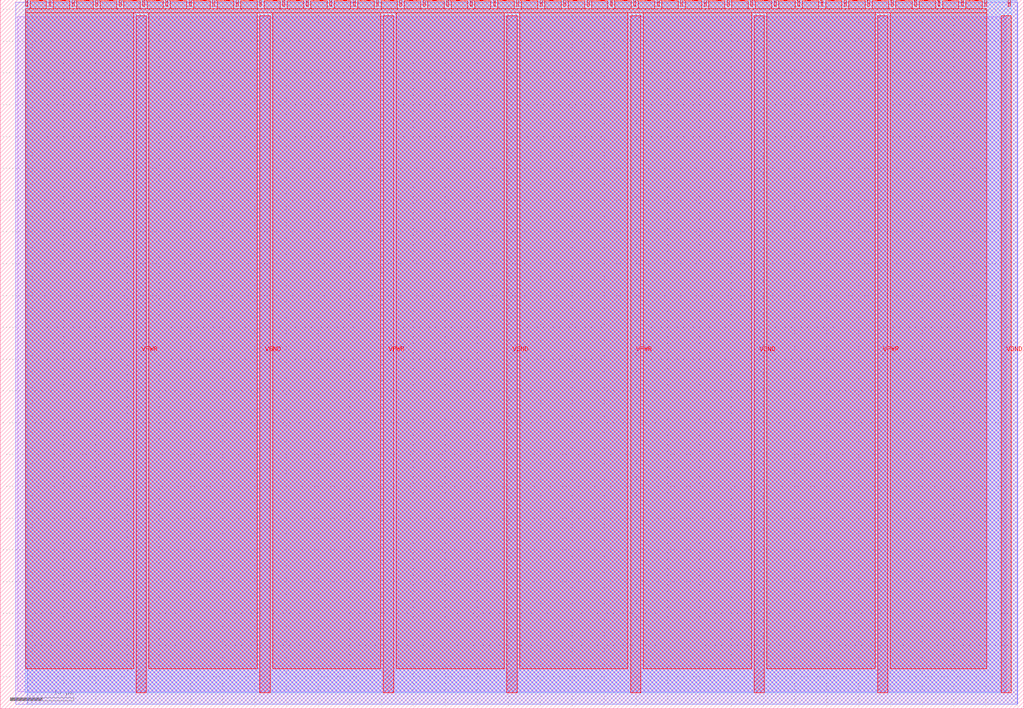
<source format=lef>
VERSION 5.7 ;
  NOWIREEXTENSIONATPIN ON ;
  DIVIDERCHAR "/" ;
  BUSBITCHARS "[]" ;
MACRO tt_um_MichaelBell_latch_mem
  CLASS BLOCK ;
  FOREIGN tt_um_MichaelBell_latch_mem ;
  ORIGIN 0.000 0.000 ;
  SIZE 161.000 BY 111.520 ;
  PIN VGND
    DIRECTION INOUT ;
    USE GROUND ;
    PORT
      LAYER met4 ;
        RECT 40.830 2.480 42.430 109.040 ;
    END
    PORT
      LAYER met4 ;
        RECT 79.700 2.480 81.300 109.040 ;
    END
    PORT
      LAYER met4 ;
        RECT 118.570 2.480 120.170 109.040 ;
    END
    PORT
      LAYER met4 ;
        RECT 157.440 2.480 159.040 109.040 ;
    END
  END VGND
  PIN VPWR
    DIRECTION INOUT ;
    USE POWER ;
    PORT
      LAYER met4 ;
        RECT 21.395 2.480 22.995 109.040 ;
    END
    PORT
      LAYER met4 ;
        RECT 60.265 2.480 61.865 109.040 ;
    END
    PORT
      LAYER met4 ;
        RECT 99.135 2.480 100.735 109.040 ;
    END
    PORT
      LAYER met4 ;
        RECT 138.005 2.480 139.605 109.040 ;
    END
  END VPWR
  PIN clk
    DIRECTION INPUT ;
    USE SIGNAL ;
    ANTENNAGATEAREA 0.852000 ;
    PORT
      LAYER met4 ;
        RECT 154.870 110.520 155.170 111.520 ;
    END
  END clk
  PIN ena
    DIRECTION INPUT ;
    USE SIGNAL ;
    PORT
      LAYER met4 ;
        RECT 158.550 110.520 158.850 111.520 ;
    END
  END ena
  PIN rst_n
    DIRECTION INPUT ;
    USE SIGNAL ;
    PORT
      LAYER met4 ;
        RECT 151.190 110.520 151.490 111.520 ;
    END
  END rst_n
  PIN ui_in[0]
    DIRECTION INPUT ;
    USE SIGNAL ;
    ANTENNAGATEAREA 0.196500 ;
    PORT
      LAYER met4 ;
        RECT 147.510 110.520 147.810 111.520 ;
    END
  END ui_in[0]
  PIN ui_in[1]
    DIRECTION INPUT ;
    USE SIGNAL ;
    ANTENNAGATEAREA 0.196500 ;
    PORT
      LAYER met4 ;
        RECT 143.830 110.520 144.130 111.520 ;
    END
  END ui_in[1]
  PIN ui_in[2]
    DIRECTION INPUT ;
    USE SIGNAL ;
    ANTENNAGATEAREA 0.196500 ;
    PORT
      LAYER met4 ;
        RECT 140.150 110.520 140.450 111.520 ;
    END
  END ui_in[2]
  PIN ui_in[3]
    DIRECTION INPUT ;
    USE SIGNAL ;
    ANTENNAGATEAREA 0.196500 ;
    PORT
      LAYER met4 ;
        RECT 136.470 110.520 136.770 111.520 ;
    END
  END ui_in[3]
  PIN ui_in[4]
    DIRECTION INPUT ;
    USE SIGNAL ;
    ANTENNAGATEAREA 0.213000 ;
    PORT
      LAYER met4 ;
        RECT 132.790 110.520 133.090 111.520 ;
    END
  END ui_in[4]
  PIN ui_in[5]
    DIRECTION INPUT ;
    USE SIGNAL ;
    ANTENNAGATEAREA 0.213000 ;
    PORT
      LAYER met4 ;
        RECT 129.110 110.520 129.410 111.520 ;
    END
  END ui_in[5]
  PIN ui_in[6]
    DIRECTION INPUT ;
    USE SIGNAL ;
    PORT
      LAYER met4 ;
        RECT 125.430 110.520 125.730 111.520 ;
    END
  END ui_in[6]
  PIN ui_in[7]
    DIRECTION INPUT ;
    USE SIGNAL ;
    ANTENNAGATEAREA 0.196500 ;
    PORT
      LAYER met4 ;
        RECT 121.750 110.520 122.050 111.520 ;
    END
  END ui_in[7]
  PIN uio_in[0]
    DIRECTION INPUT ;
    USE SIGNAL ;
    ANTENNAGATEAREA 0.196500 ;
    PORT
      LAYER met4 ;
        RECT 118.070 110.520 118.370 111.520 ;
    END
  END uio_in[0]
  PIN uio_in[1]
    DIRECTION INPUT ;
    USE SIGNAL ;
    ANTENNAGATEAREA 0.196500 ;
    PORT
      LAYER met4 ;
        RECT 114.390 110.520 114.690 111.520 ;
    END
  END uio_in[1]
  PIN uio_in[2]
    DIRECTION INPUT ;
    USE SIGNAL ;
    ANTENNAGATEAREA 0.196500 ;
    PORT
      LAYER met4 ;
        RECT 110.710 110.520 111.010 111.520 ;
    END
  END uio_in[2]
  PIN uio_in[3]
    DIRECTION INPUT ;
    USE SIGNAL ;
    ANTENNAGATEAREA 0.196500 ;
    PORT
      LAYER met4 ;
        RECT 107.030 110.520 107.330 111.520 ;
    END
  END uio_in[3]
  PIN uio_in[4]
    DIRECTION INPUT ;
    USE SIGNAL ;
    ANTENNAGATEAREA 0.196500 ;
    PORT
      LAYER met4 ;
        RECT 103.350 110.520 103.650 111.520 ;
    END
  END uio_in[4]
  PIN uio_in[5]
    DIRECTION INPUT ;
    USE SIGNAL ;
    ANTENNAGATEAREA 0.196500 ;
    PORT
      LAYER met4 ;
        RECT 99.670 110.520 99.970 111.520 ;
    END
  END uio_in[5]
  PIN uio_in[6]
    DIRECTION INPUT ;
    USE SIGNAL ;
    ANTENNAGATEAREA 0.196500 ;
    PORT
      LAYER met4 ;
        RECT 95.990 110.520 96.290 111.520 ;
    END
  END uio_in[6]
  PIN uio_in[7]
    DIRECTION INPUT ;
    USE SIGNAL ;
    ANTENNAGATEAREA 0.196500 ;
    PORT
      LAYER met4 ;
        RECT 92.310 110.520 92.610 111.520 ;
    END
  END uio_in[7]
  PIN uio_oe[0]
    DIRECTION OUTPUT TRISTATE ;
    USE SIGNAL ;
    PORT
      LAYER met4 ;
        RECT 29.750 110.520 30.050 111.520 ;
    END
  END uio_oe[0]
  PIN uio_oe[1]
    DIRECTION OUTPUT TRISTATE ;
    USE SIGNAL ;
    PORT
      LAYER met4 ;
        RECT 26.070 110.520 26.370 111.520 ;
    END
  END uio_oe[1]
  PIN uio_oe[2]
    DIRECTION OUTPUT TRISTATE ;
    USE SIGNAL ;
    PORT
      LAYER met4 ;
        RECT 22.390 110.520 22.690 111.520 ;
    END
  END uio_oe[2]
  PIN uio_oe[3]
    DIRECTION OUTPUT TRISTATE ;
    USE SIGNAL ;
    PORT
      LAYER met4 ;
        RECT 18.710 110.520 19.010 111.520 ;
    END
  END uio_oe[3]
  PIN uio_oe[4]
    DIRECTION OUTPUT TRISTATE ;
    USE SIGNAL ;
    PORT
      LAYER met4 ;
        RECT 15.030 110.520 15.330 111.520 ;
    END
  END uio_oe[4]
  PIN uio_oe[5]
    DIRECTION OUTPUT TRISTATE ;
    USE SIGNAL ;
    PORT
      LAYER met4 ;
        RECT 11.350 110.520 11.650 111.520 ;
    END
  END uio_oe[5]
  PIN uio_oe[6]
    DIRECTION OUTPUT TRISTATE ;
    USE SIGNAL ;
    PORT
      LAYER met4 ;
        RECT 7.670 110.520 7.970 111.520 ;
    END
  END uio_oe[6]
  PIN uio_oe[7]
    DIRECTION OUTPUT TRISTATE ;
    USE SIGNAL ;
    PORT
      LAYER met4 ;
        RECT 3.990 110.520 4.290 111.520 ;
    END
  END uio_oe[7]
  PIN uio_out[0]
    DIRECTION OUTPUT TRISTATE ;
    USE SIGNAL ;
    PORT
      LAYER met4 ;
        RECT 59.190 110.520 59.490 111.520 ;
    END
  END uio_out[0]
  PIN uio_out[1]
    DIRECTION OUTPUT TRISTATE ;
    USE SIGNAL ;
    PORT
      LAYER met4 ;
        RECT 55.510 110.520 55.810 111.520 ;
    END
  END uio_out[1]
  PIN uio_out[2]
    DIRECTION OUTPUT TRISTATE ;
    USE SIGNAL ;
    PORT
      LAYER met4 ;
        RECT 51.830 110.520 52.130 111.520 ;
    END
  END uio_out[2]
  PIN uio_out[3]
    DIRECTION OUTPUT TRISTATE ;
    USE SIGNAL ;
    PORT
      LAYER met4 ;
        RECT 48.150 110.520 48.450 111.520 ;
    END
  END uio_out[3]
  PIN uio_out[4]
    DIRECTION OUTPUT TRISTATE ;
    USE SIGNAL ;
    PORT
      LAYER met4 ;
        RECT 44.470 110.520 44.770 111.520 ;
    END
  END uio_out[4]
  PIN uio_out[5]
    DIRECTION OUTPUT TRISTATE ;
    USE SIGNAL ;
    PORT
      LAYER met4 ;
        RECT 40.790 110.520 41.090 111.520 ;
    END
  END uio_out[5]
  PIN uio_out[6]
    DIRECTION OUTPUT TRISTATE ;
    USE SIGNAL ;
    PORT
      LAYER met4 ;
        RECT 37.110 110.520 37.410 111.520 ;
    END
  END uio_out[6]
  PIN uio_out[7]
    DIRECTION OUTPUT TRISTATE ;
    USE SIGNAL ;
    PORT
      LAYER met4 ;
        RECT 33.430 110.520 33.730 111.520 ;
    END
  END uio_out[7]
  PIN uo_out[0]
    DIRECTION OUTPUT TRISTATE ;
    USE SIGNAL ;
    ANTENNADIFFAREA 0.795200 ;
    PORT
      LAYER met4 ;
        RECT 88.630 110.520 88.930 111.520 ;
    END
  END uo_out[0]
  PIN uo_out[1]
    DIRECTION OUTPUT TRISTATE ;
    USE SIGNAL ;
    ANTENNADIFFAREA 0.795200 ;
    PORT
      LAYER met4 ;
        RECT 84.950 110.520 85.250 111.520 ;
    END
  END uo_out[1]
  PIN uo_out[2]
    DIRECTION OUTPUT TRISTATE ;
    USE SIGNAL ;
    ANTENNADIFFAREA 0.795200 ;
    PORT
      LAYER met4 ;
        RECT 81.270 110.520 81.570 111.520 ;
    END
  END uo_out[2]
  PIN uo_out[3]
    DIRECTION OUTPUT TRISTATE ;
    USE SIGNAL ;
    ANTENNADIFFAREA 0.795200 ;
    PORT
      LAYER met4 ;
        RECT 77.590 110.520 77.890 111.520 ;
    END
  END uo_out[3]
  PIN uo_out[4]
    DIRECTION OUTPUT TRISTATE ;
    USE SIGNAL ;
    ANTENNADIFFAREA 0.795200 ;
    PORT
      LAYER met4 ;
        RECT 73.910 110.520 74.210 111.520 ;
    END
  END uo_out[4]
  PIN uo_out[5]
    DIRECTION OUTPUT TRISTATE ;
    USE SIGNAL ;
    ANTENNADIFFAREA 0.795200 ;
    PORT
      LAYER met4 ;
        RECT 70.230 110.520 70.530 111.520 ;
    END
  END uo_out[5]
  PIN uo_out[6]
    DIRECTION OUTPUT TRISTATE ;
    USE SIGNAL ;
    ANTENNADIFFAREA 0.795200 ;
    PORT
      LAYER met4 ;
        RECT 66.550 110.520 66.850 111.520 ;
    END
  END uo_out[6]
  PIN uo_out[7]
    DIRECTION OUTPUT TRISTATE ;
    USE SIGNAL ;
    ANTENNADIFFAREA 0.795200 ;
    PORT
      LAYER met4 ;
        RECT 62.870 110.520 63.170 111.520 ;
    END
  END uo_out[7]
  OBS
      LAYER li1 ;
        RECT 2.760 2.635 158.240 108.885 ;
      LAYER met1 ;
        RECT 2.460 0.720 160.010 111.140 ;
      LAYER met2 ;
        RECT 4.230 0.690 159.980 111.365 ;
      LAYER met3 ;
        RECT 3.950 2.555 159.030 111.345 ;
      LAYER met4 ;
        RECT 4.690 110.120 7.270 111.345 ;
        RECT 8.370 110.120 10.950 111.345 ;
        RECT 12.050 110.120 14.630 111.345 ;
        RECT 15.730 110.120 18.310 111.345 ;
        RECT 19.410 110.120 21.990 111.345 ;
        RECT 23.090 110.120 25.670 111.345 ;
        RECT 26.770 110.120 29.350 111.345 ;
        RECT 30.450 110.120 33.030 111.345 ;
        RECT 34.130 110.120 36.710 111.345 ;
        RECT 37.810 110.120 40.390 111.345 ;
        RECT 41.490 110.120 44.070 111.345 ;
        RECT 45.170 110.120 47.750 111.345 ;
        RECT 48.850 110.120 51.430 111.345 ;
        RECT 52.530 110.120 55.110 111.345 ;
        RECT 56.210 110.120 58.790 111.345 ;
        RECT 59.890 110.120 62.470 111.345 ;
        RECT 63.570 110.120 66.150 111.345 ;
        RECT 67.250 110.120 69.830 111.345 ;
        RECT 70.930 110.120 73.510 111.345 ;
        RECT 74.610 110.120 77.190 111.345 ;
        RECT 78.290 110.120 80.870 111.345 ;
        RECT 81.970 110.120 84.550 111.345 ;
        RECT 85.650 110.120 88.230 111.345 ;
        RECT 89.330 110.120 91.910 111.345 ;
        RECT 93.010 110.120 95.590 111.345 ;
        RECT 96.690 110.120 99.270 111.345 ;
        RECT 100.370 110.120 102.950 111.345 ;
        RECT 104.050 110.120 106.630 111.345 ;
        RECT 107.730 110.120 110.310 111.345 ;
        RECT 111.410 110.120 113.990 111.345 ;
        RECT 115.090 110.120 117.670 111.345 ;
        RECT 118.770 110.120 121.350 111.345 ;
        RECT 122.450 110.120 125.030 111.345 ;
        RECT 126.130 110.120 128.710 111.345 ;
        RECT 129.810 110.120 132.390 111.345 ;
        RECT 133.490 110.120 136.070 111.345 ;
        RECT 137.170 110.120 139.750 111.345 ;
        RECT 140.850 110.120 143.430 111.345 ;
        RECT 144.530 110.120 147.110 111.345 ;
        RECT 148.210 110.120 150.790 111.345 ;
        RECT 151.890 110.120 154.470 111.345 ;
        RECT 3.975 109.440 155.185 110.120 ;
        RECT 3.975 6.295 20.995 109.440 ;
        RECT 23.395 6.295 40.430 109.440 ;
        RECT 42.830 6.295 59.865 109.440 ;
        RECT 62.265 6.295 79.300 109.440 ;
        RECT 81.700 6.295 98.735 109.440 ;
        RECT 101.135 6.295 118.170 109.440 ;
        RECT 120.570 6.295 137.605 109.440 ;
        RECT 140.005 6.295 155.185 109.440 ;
  END
END tt_um_MichaelBell_latch_mem
END LIBRARY


</source>
